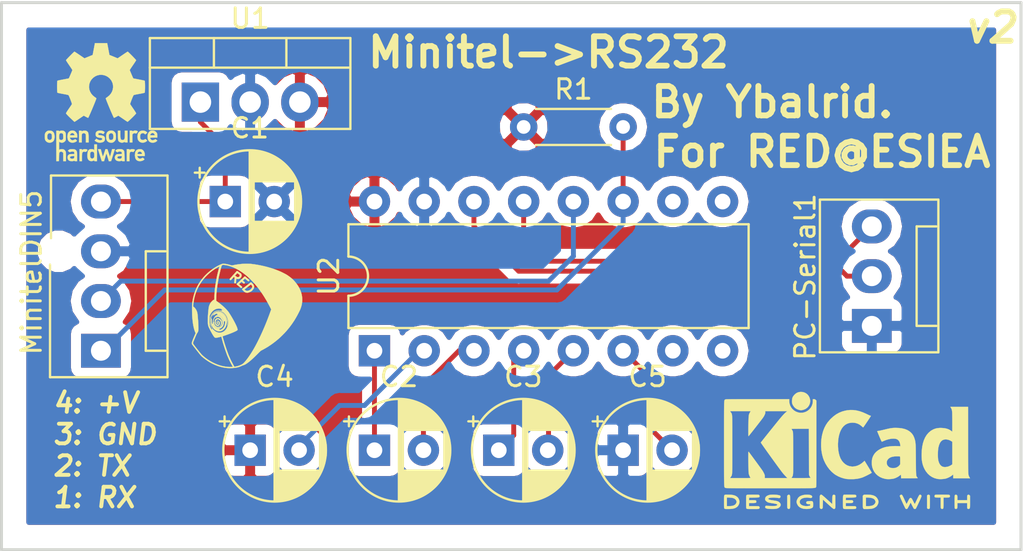
<source format=kicad_pcb>
(kicad_pcb (version 20171130) (host pcbnew "(5.0.0)")
  (layers (0 F.Cu signal) (31 B.Cu signal) (34 B.Paste user) (35 F.Paste user) (36 B.SilkS user) (37 F.SilkS user) (38 B.Mask user) (39 F.Mask user) (44 Edge.Cuts user))
  (net 0 "")
  (net 1 +12V)
  (net 2 GND)
  (net 3 "Net-(C2-Pad2)")
  (net 4 "Net-(C2-Pad1)")
  (net 5 "Net-(C3-Pad1)")
  (net 6 "Net-(C3-Pad2)")
  (net 7 "Net-(C4-Pad2)")
  (net 8 REG_5V)
  (net 9 "Net-(C5-Pad2)")
  (net 10 "Net-(MinitelDIN5-Pad1)")
  (net 11 "Net-(MinitelDIN5-Pad2)")
  (net 12 "Net-(PC-Serial1-Pad2)")
  (net 13 "Net-(PC-Serial1-Pad3)")
  (net 14 "Net-(U2-Pad9)")
  (net 15 "Net-(U2-Pad7)")
  (net 16 "Net-(U2-Pad8)")
  (net 17 "Net-(U2-Pad10)")
  (module Package_DIP:DIP-16_W7.62mm (layer F.Cu) (at 50.8 39.37 90)
    (fp_text reference U2 (at 3.81 -2.33 90) (layer F.SilkS))
    (fp_text value MAX232)
    (pad 1 thru_hole rect (at 0 0 90) (size 1.6 1.6) (drill 0.8) (layers *.Cu *.Mask) (net 4 "Net-(C2-Pad1)"))
    (pad 9 thru_hole oval (at 7.62 17.78 90) (size 1.6 1.6) (drill 0.8) (layers *.Cu *.Mask) (net 14 "Net-(U2-Pad9)"))
    (pad 2 thru_hole oval (at 0 2.54 90) (size 1.6 1.6) (drill 0.8) (layers *.Cu *.Mask) (net 7 "Net-(C4-Pad2)"))
    (pad 10 thru_hole oval (at 7.62 15.24 90) (size 1.6 1.6) (drill 0.8) (layers *.Cu *.Mask) (net 17 "Net-(U2-Pad10)"))
    (pad 3 thru_hole oval (at 0 5.08 90) (size 1.6 1.6) (drill 0.8) (layers *.Cu *.Mask) (net 3 "Net-(C2-Pad2)"))
    (pad 11 thru_hole oval (at 7.62 12.7 90) (size 1.6 1.6) (drill 0.8) (layers *.Cu *.Mask) (net 10 "Net-(MinitelDIN5-Pad1)"))
    (pad 4 thru_hole oval (at 0 7.62 90) (size 1.6 1.6) (drill 0.8) (layers *.Cu *.Mask) (net 5 "Net-(C3-Pad1)"))
    (pad 12 thru_hole oval (at 7.62 10.16 90) (size 1.6 1.6) (drill 0.8) (layers *.Cu *.Mask) (net 11 "Net-(MinitelDIN5-Pad2)"))
    (pad 5 thru_hole oval (at 0 10.16 90) (size 1.6 1.6) (drill 0.8) (layers *.Cu *.Mask) (net 6 "Net-(C3-Pad2)"))
    (pad 13 thru_hole oval (at 7.62 7.62 90) (size 1.6 1.6) (drill 0.8) (layers *.Cu *.Mask) (net 13 "Net-(PC-Serial1-Pad3)"))
    (pad 6 thru_hole oval (at 0 12.7 90) (size 1.6 1.6) (drill 0.8) (layers *.Cu *.Mask) (net 9 "Net-(C5-Pad2)"))
    (pad 14 thru_hole oval (at 7.62 5.08 90) (size 1.6 1.6) (drill 0.8) (layers *.Cu *.Mask) (net 12 "Net-(PC-Serial1-Pad2)"))
    (pad 7 thru_hole oval (at 0 15.24 90) (size 1.6 1.6) (drill 0.8) (layers *.Cu *.Mask) (net 15 "Net-(U2-Pad7)"))
    (pad 15 thru_hole oval (at 7.62 2.54 90) (size 1.6 1.6) (drill 0.8) (layers *.Cu *.Mask) (net 2 GND))
    (pad 8 thru_hole oval (at 0 17.78 90) (size 1.6 1.6) (drill 0.8) (layers *.Cu *.Mask) (net 16 "Net-(U2-Pad8)"))
    (pad 16 thru_hole oval (at 7.62 0 90) (size 1.6 1.6) (drill 0.8) (layers *.Cu *.Mask) (net 8 REG_5V))
  )
  (module Capacitor_THT:CP_Radial_D5.0mm_P2.50mm (layer F.Cu) (at 43.18 31.75)
    (fp_text reference C1 (at 1.25 -3.75) (layer F.SilkS))
    (fp_text value 100nF)
    (pad 1 thru_hole rect (at 0 0) (size 1.6 1.6) (drill 0.8) (layers *.Cu *.Mask) (net 1 +12V))
    (pad 2 thru_hole circle (at 2.5 0) (size 1.6 1.6) (drill 0.8) (layers *.Cu *.Mask) (net 2 GND))
  )
  (module Capacitor_THT:CP_Radial_D5.0mm_P2.50mm (layer F.Cu) (at 50.8 44.45)
    (fp_text reference C2 (at 1.25 -3.75) (layer F.SilkS))
    (fp_text value 100nF)
    (pad 2 thru_hole circle (at 2.5 0) (size 1.6 1.6) (drill 0.8) (layers *.Cu *.Mask) (net 3 "Net-(C2-Pad2)"))
    (pad 1 thru_hole rect (at 0 0) (size 1.6 1.6) (drill 0.8) (layers *.Cu *.Mask) (net 4 "Net-(C2-Pad1)"))
  )
  (module Capacitor_THT:CP_Radial_D5.0mm_P2.50mm (layer F.Cu) (at 57.15 44.45)
    (fp_text reference C3 (at 1.25 -3.75) (layer F.SilkS))
    (fp_text value 100nF)
    (pad 1 thru_hole rect (at 0 0) (size 1.6 1.6) (drill 0.8) (layers *.Cu *.Mask) (net 5 "Net-(C3-Pad1)"))
    (pad 2 thru_hole circle (at 2.5 0) (size 1.6 1.6) (drill 0.8) (layers *.Cu *.Mask) (net 6 "Net-(C3-Pad2)"))
  )
  (module Capacitor_THT:CP_Radial_D5.0mm_P2.50mm (layer F.Cu) (at 44.45 44.45)
    (fp_text reference C4 (at 1.25 -3.75) (layer F.SilkS))
    (fp_text value 100nF)
    (pad 2 thru_hole circle (at 2.5 0) (size 1.6 1.6) (drill 0.8) (layers *.Cu *.Mask) (net 7 "Net-(C4-Pad2)"))
    (pad 1 thru_hole rect (at 0 0) (size 1.6 1.6) (drill 0.8) (layers *.Cu *.Mask) (net 8 REG_5V))
  )
  (module Capacitor_THT:CP_Radial_D5.0mm_P2.50mm (layer F.Cu) (at 63.5 44.45)
    (fp_text reference C5 (at 1.25 -3.75) (layer F.SilkS))
    (fp_text value 100nF)
    (pad 1 thru_hole rect (at 0 0) (size 1.6 1.6) (drill 0.8) (layers *.Cu *.Mask) (net 2 GND))
    (pad 2 thru_hole circle (at 2.5 0) (size 1.6 1.6) (drill 0.8) (layers *.Cu *.Mask) (net 9 "Net-(C5-Pad2)"))
  )
  (module Connector:FanPinHeader_1x04_P2.54mm_Vertical (layer F.Cu) (at 36.83 39.37 90)
    (fp_text reference MinitelDIN5 (at 4 -3.55 90) (layer F.SilkS))
    (fp_text value DIN-5)
    (pad 1 thru_hole rect (at 0 0 180) (size 2.03 1.73) (drill 1.02) (layers *.Cu *.Mask) (net 10 "Net-(MinitelDIN5-Pad1)"))
    (pad 2 thru_hole oval (at 2.54 0 180) (size 2.03 1.73) (drill 1.02) (layers *.Cu *.Mask) (net 11 "Net-(MinitelDIN5-Pad2)"))
    (pad 3 thru_hole oval (at 5.08 0 180) (size 2.03 1.73) (drill 1.02) (layers *.Cu *.Mask) (net 2 GND))
    (pad 4 thru_hole oval (at 7.62 0 180) (size 2.03 1.73) (drill 1.02) (layers *.Cu *.Mask) (net 1 +12V))
    (pad "" np_thru_hole circle (at 5.08 -2.16 180) (size 1.1 1.1) (drill 1.1) (layers *.Cu *.Mask))
  )
  (module Connector:FanPinHeader_1x03_P2.54mm_Vertical (layer F.Cu) (at 76.2 38.1 90)
    (fp_text reference PC-Serial1 (at 2.5 -3.4 90) (layer F.SilkS))
    (fp_text value DB9_Female)
    (pad 1 thru_hole rect (at 0 0 180) (size 2.03 1.73) (drill 1.02) (layers *.Cu *.Mask) (net 2 GND))
    (pad 2 thru_hole oval (at 2.54 0 180) (size 2.03 1.73) (drill 1.02) (layers *.Cu *.Mask) (net 12 "Net-(PC-Serial1-Pad2)"))
    (pad 3 thru_hole oval (at 5.08 0 180) (size 2.03 1.73) (drill 1.02) (layers *.Cu *.Mask) (net 13 "Net-(PC-Serial1-Pad3)"))
  )
  (module Resistor_THT:R_Axial_DIN0204_L3.6mm_D1.6mm_P5.08mm_Horizontal (layer F.Cu) (at 58.42 27.94)
    (fp_text reference R1 (at 2.54 -1.92) (layer F.SilkS))
    (fp_text value 10k)
    (pad 1 thru_hole circle (at 0 0) (size 1.4 1.4) (drill 0.7) (layers *.Cu *.Mask) (net 8 REG_5V))
    (pad 2 thru_hole oval (at 5.08 0) (size 1.4 1.4) (drill 0.7) (layers *.Cu *.Mask) (net 10 "Net-(MinitelDIN5-Pad1)"))
  )
  (module Package_TO_SOT_THT:TO-220-3_Vertical (layer F.Cu) (at 41.91 26.67)
    (fp_text reference U1 (at 2.54 -4.27) (layer F.SilkS))
    (fp_text value L7805)
    (pad 1 thru_hole rect (at 0 0) (size 1.905 2) (drill 1.1) (layers *.Cu *.Mask) (net 1 +12V))
    (pad 2 thru_hole oval (at 2.54 0) (size 1.905 2) (drill 1.1) (layers *.Cu *.Mask) (net 2 GND))
    (pad 3 thru_hole oval (at 5.08 0) (size 1.905 2) (drill 1.1) (layers *.Cu *.Mask) (net 8 REG_5V))
  )
  (module Symbol:OSHW-Logo_5.7x6mm_SilkScreen (layer F.Cu) (at 36.83 26.67)
    (fp_text reference REF** hide)
    (fp_text value OSHW-Logo_5.7x6mm_SilkScreen hide)
  )
  (module Symbol:KiCad-Logo2_6mm_SilkScreen (layer F.Cu) (at 74.93 44.45)
    (fp_text reference REF** hide)
    (fp_text value KiCad-Logo2_6mm_SilkScreen hide)
  )
  (module red_logo:RED_LOGO_7_6 (layer F.Cu) (at 44.196 37.592)
    (fp_text reference G*** hide)
    (fp_text value LOGO hide)
    (fp_text user D (at 0.1524 -1.4224 -45 unlocked) (layer F.SilkS) (effects (font (size 0.5 0.5) (thickness 0.1) italic)))
    (fp_text user E (at -0.1524 -1.7272 -40 unlocked) (layer F.SilkS) (effects (font (size 0.5 0.5) (thickness 0.1) italic)))
    (fp_text user R (at -0.508 -1.9812 -35 unlocked) (layer F.SilkS) (effects (font (size 0.5 0.5) (thickness 0.1) italic)))
  )
  (gr_text v2 (at 82.296 22.86) (layer F.SilkS) (effects (font (size 1.5 1.5) (thickness 0.3) italic)))
  (gr_text "4: +V\n3: GND\n2: TX\n1: RX" (at 34.29 44.45) (layer F.SilkS) (effects (font (size 1 1) (thickness 0.2) italic) (justify left)))
  (gr_line (start 31.75 49.53) (end 31.75 21.59) (layer Edge.Cuts) (width 0.15))
  (gr_line (start 83.82 49.53) (end 31.75 49.53) (layer Edge.Cuts) (width 0.15))
  (gr_line (start 83.82 21.59) (end 83.82 49.53) (layer Edge.Cuts) (width 0.15))
  (gr_line (start 31.75 21.59) (end 83.82 21.59) (layer Edge.Cuts) (width 0.15))
  (gr_text "For RED@ESIEA" (at 73.66 29.21) (layer F.SilkS) (effects (font (size 1.5 1.5) (thickness 0.3))))
  (gr_text "By Ybalrid." (at 71.12 26.67) (layer F.SilkS) (effects (font (size 1.5 1.5) (thickness 0.3))))
  (gr_text Minitel->RS232 (at 59.69 24.13) (layer F.SilkS) (effects (font (size 1.5 1.5) (thickness 0.3))))
  (segment (start 36.83 31.75) (end 43.18 31.75) (width 0.25) (layer F.Cu) (net 1))
  (segment (start 41.91 27.686) (end 41.91 26.67) (width 0.25) (layer F.Cu) (net 1))
  (segment (start 43.18 31.75) (end 43.18 28.956) (width 0.25) (layer F.Cu) (net 1))
  (segment (start 43.18 28.956) (end 41.91 27.686) (width 0.25) (layer F.Cu) (net 1))
  (segment (start 55.118 39.37) (end 55.88 39.37) (width 0.25) (layer F.Cu) (net 3))
  (segment (start 53.3 44.45) (end 53.3 41.188) (width 0.25) (layer F.Cu) (net 3))
  (segment (start 53.3 41.188) (end 55.118 39.37) (width 0.25) (layer F.Cu) (net 3))
  (segment (start 50.8 39.37) (end 50.8 44.45) (width 0.25) (layer F.Cu) (net 4))
  (segment (start 57.912 39.878) (end 58.42 39.37) (width 0.25) (layer F.Cu) (net 5))
  (segment (start 57.15 44.45) (end 57.912 43.688) (width 0.25) (layer F.Cu) (net 5))
  (segment (start 57.912 43.688) (end 57.912 39.878) (width 0.25) (layer F.Cu) (net 5))
  (segment (start 59.69 40.64) (end 60.96 39.37) (width 0.25) (layer F.Cu) (net 6))
  (segment (start 59.65 44.45) (end 59.69 44.41) (width 0.25) (layer F.Cu) (net 6))
  (segment (start 59.69 44.41) (end 59.69 40.64) (width 0.25) (layer F.Cu) (net 6))
  (segment (start 46.95 44.236) (end 46.95 44.45) (width 0.25) (layer B.Cu) (net 7))
  (segment (start 49.022 42.164) (end 46.95 44.236) (width 0.25) (layer B.Cu) (net 7))
  (segment (start 50.292 42.164) (end 49.022 42.164) (width 0.25) (layer B.Cu) (net 7))
  (segment (start 53.34 39.37) (end 53.086 39.37) (width 0.25) (layer B.Cu) (net 7))
  (segment (start 53.086 39.37) (end 50.292 42.164) (width 0.25) (layer B.Cu) (net 7))
  (segment (start 64.77 40.64) (end 63.5 39.37) (width 0.25) (layer F.Cu) (net 9))
  (segment (start 66 44.45) (end 64.77 43.22) (width 0.25) (layer F.Cu) (net 9))
  (segment (start 64.77 43.22) (end 64.77 40.64) (width 0.25) (layer F.Cu) (net 9))
  (segment (start 60.117359 36.264011) (end 63.5 32.88137) (width 0.25) (layer B.Cu) (net 10))
  (segment (start 63.5 32.88137) (end 63.5 31.75) (width 0.25) (layer B.Cu) (net 10))
  (segment (start 40.085989 36.264011) (end 60.117359 36.264011) (width 0.25) (layer B.Cu) (net 10))
  (segment (start 36.98 39.37) (end 40.085989 36.264011) (width 0.25) (layer B.Cu) (net 10))
  (segment (start 36.83 39.37) (end 36.98 39.37) (width 0.25) (layer B.Cu) (net 10))
  (segment (start 63.5 27.94) (end 63.5 31.75) (width 0.25) (layer F.Cu) (net 10))
  (segment (start 60.96 34.544) (end 60.96 31.75) (width 0.25) (layer B.Cu) (net 11))
  (segment (start 59.69 35.814) (end 60.96 34.544) (width 0.25) (layer B.Cu) (net 11))
  (segment (start 36.83 36.83) (end 37.846 35.814) (width 0.25) (layer B.Cu) (net 11))
  (segment (start 37.846 35.814) (end 59.69 35.814) (width 0.25) (layer B.Cu) (net 11))
  (segment (start 55.88 33.02) (end 55.88 31.75) (width 0.25) (layer F.Cu) (net 12))
  (segment (start 58.166 35.306) (end 55.88 33.02) (width 0.25) (layer F.Cu) (net 12))
  (segment (start 74.681 35.306) (end 58.166 35.306) (width 0.25) (layer F.Cu) (net 12))
  (segment (start 76.2 35.56) (end 74.935 35.56) (width 0.25) (layer F.Cu) (net 12))
  (segment (start 74.935 35.56) (end 74.681 35.306) (width 0.25) (layer F.Cu) (net 12))
  (segment (start 58.42 34.544) (end 58.42 31.75) (width 0.25) (layer F.Cu) (net 13))
  (segment (start 58.674 34.798) (end 58.42 34.544) (width 0.25) (layer F.Cu) (net 13))
  (segment (start 76.2 33.02) (end 74.422 34.798) (width 0.25) (layer F.Cu) (net 13))
  (segment (start 74.422 34.798) (end 58.674 34.798) (width 0.25) (layer F.Cu) (net 13))
  (zone (net 2) (net_name GND) (layer B.Cu) (connect_pads (clearance 0.508)) (min_thickness 0.254) (fill yes (arc_segments 16) (thermal_gap 0.508) (thermal_bridge_width 0.508))
    (polygon (pts (xy 33.02 22.86) (xy 33.02 48.26) (xy 82.55 48.26) (xy 82.55 22.86)))
  )
  (zone (net 8) (net_name REG_5V) (layer F.Cu) (connect_pads (clearance 0.508)) (min_thickness 0.254) (fill yes (arc_segments 16) (thermal_gap 0.508) (thermal_bridge_width 0.508))
    (polygon (pts (xy 33.02 22.86) (xy 33.02 48.26) (xy 82.55 48.26) (xy 82.55 22.86)))
  )
)
</source>
